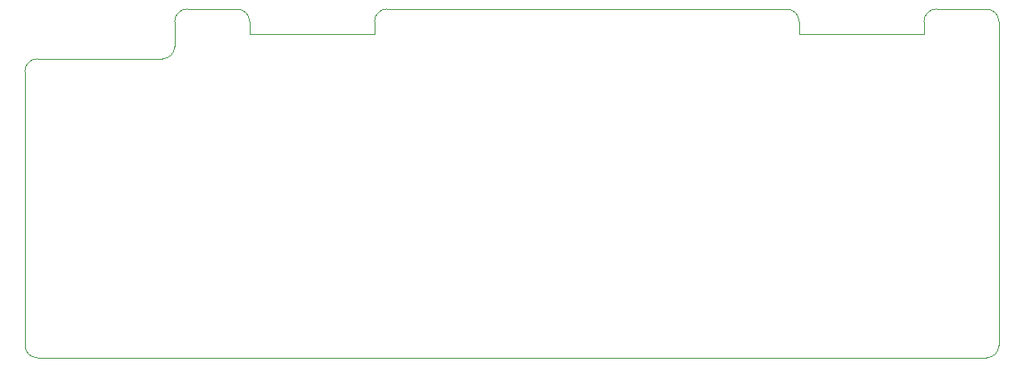
<source format=gm1>
%TF.GenerationSoftware,KiCad,Pcbnew,7.0.7*%
%TF.CreationDate,2023-10-21T14:21:19+02:00*%
%TF.ProjectId,G84-4100,4738342d-3431-4303-902e-6b696361645f,rev?*%
%TF.SameCoordinates,Original*%
%TF.FileFunction,Profile,NP*%
%FSLAX46Y46*%
G04 Gerber Fmt 4.6, Leading zero omitted, Abs format (unit mm)*
G04 Created by KiCad (PCBNEW 7.0.7) date 2023-10-21 14:21:19*
%MOMM*%
%LPD*%
G01*
G04 APERTURE LIST*
%TA.AperFunction,Profile*%
%ADD10C,0.100000*%
%TD*%
G04 APERTURE END LIST*
D10*
X96012000Y-92710000D02*
G75*
G03*
X97282000Y-93980000I1270000J0D01*
G01*
X174752000Y-59690000D02*
G75*
G03*
X173482000Y-58420000I-1270000J0D01*
G01*
X97282000Y-63500000D02*
X109982000Y-63500000D01*
X112522000Y-58420000D02*
G75*
G03*
X111252000Y-59690000I0J-1270000D01*
G01*
X132842000Y-58420000D02*
X173482000Y-58420000D01*
X187452000Y-59690000D02*
X187452000Y-60960000D01*
X174752000Y-60960000D02*
X187452000Y-60960000D01*
X118872000Y-60960000D02*
X131572000Y-60960000D01*
X118872000Y-59690000D02*
X118872000Y-60960000D01*
X109982000Y-63500000D02*
G75*
G03*
X111252000Y-62230000I0J1270000D01*
G01*
X97282000Y-63500000D02*
G75*
G03*
X96012000Y-64770000I0J-1270000D01*
G01*
X193802000Y-93980000D02*
X97282000Y-93980000D01*
X111252000Y-59690000D02*
X111252000Y-62230000D01*
X174752000Y-59690000D02*
X174752000Y-60960000D01*
X131572000Y-59690000D02*
X131572000Y-60960000D01*
X112522000Y-58420000D02*
X117602000Y-58420000D01*
X118872000Y-59690000D02*
G75*
G03*
X117602000Y-58420000I-1270000J0D01*
G01*
X195072000Y-59690000D02*
X195072000Y-92710000D01*
X188722000Y-58420000D02*
X193802000Y-58420000D01*
X96012000Y-92710000D02*
X96012000Y-64770000D01*
X193802000Y-93980000D02*
G75*
G03*
X195072000Y-92710000I0J1270000D01*
G01*
X195072000Y-59690000D02*
G75*
G03*
X193802000Y-58420000I-1270000J0D01*
G01*
X188722000Y-58420000D02*
G75*
G03*
X187452000Y-59690000I0J-1270000D01*
G01*
X132842000Y-58420000D02*
G75*
G03*
X131572000Y-59690000I0J-1270000D01*
G01*
M02*

</source>
